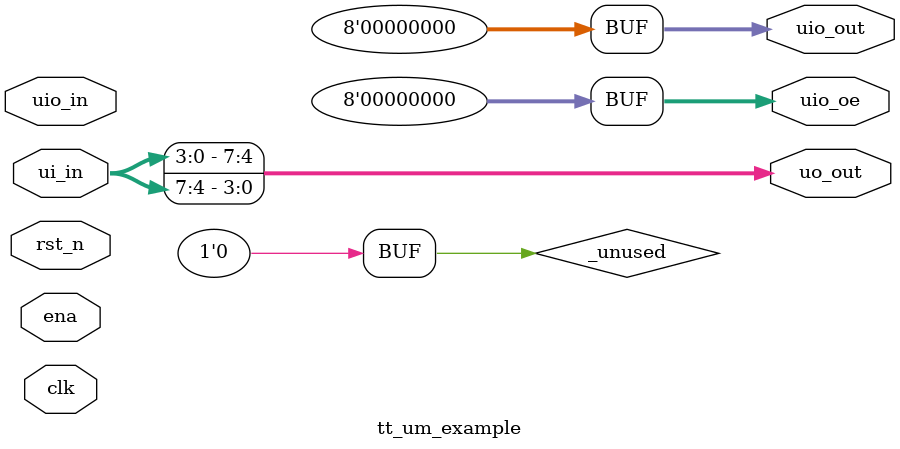
<source format=v>
/*
 * Copyright (c) 2024 Your Name
 * SPDX-License-Identifier: Apache-2.0
 */

`default_nettype none

module tt_um_example (
    input  wire [7:0] ui_in,    // Dedicated inputs (8 bits)
    output wire [7:0] uo_out,   // Dedicated outputs (8 bits)

    // The lines below are required by the TinyTapeout interface,
    // but we won't use them in this design.
    input  wire [7:0] uio_in,   
    output wire [7:0] uio_out,
    output wire [7:0] uio_oe,

    // Similarly, ena, clk, and rst_n are provided for power/clock/reset,
    // but we won't use them here.
    input  wire       ena,
    input  wire       clk,
    input  wire       rst_n
);

    // EXAMPLE LOGIC:
    // For demonstration, let's simply "swap the nibbles" of the 8-bit input.
    // ui_in[7:4] and ui_in[3:0] are reversed in order for the output.
    // Feel free to change this logic to something else!
    assign uo_out = {ui_in[3:0], ui_in[7:4]};

    // Since we're not using the "uio" pins, drive them low and set them as inputs.
    assign uio_out = 8'b0000_0000;
    assign uio_oe  = 8'b0000_0000;

    // Tie off unused signals to prevent warnings:
    wire _unused = &{ena, clk, rst_n, uio_in, 1'b0};

endmodule

</source>
